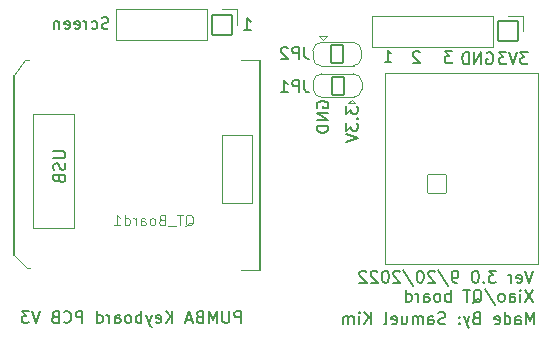
<source format=gbo>
%TF.GenerationSoftware,KiCad,Pcbnew,6.0.7*%
%TF.CreationDate,2022-09-21T21:00:50-05:00*%
%TF.ProjectId,keyboardPCBv2,6b657962-6f61-4726-9450-434276322e6b,rev?*%
%TF.SameCoordinates,Original*%
%TF.FileFunction,Legend,Bot*%
%TF.FilePolarity,Positive*%
%FSLAX46Y46*%
G04 Gerber Fmt 4.6, Leading zero omitted, Abs format (unit mm)*
G04 Created by KiCad (PCBNEW 6.0.7) date 2022-09-21 21:00:50*
%MOMM*%
%LPD*%
G01*
G04 APERTURE LIST*
G04 Aperture macros list*
%AMRoundRect*
0 Rectangle with rounded corners*
0 $1 Rounding radius*
0 $2 $3 $4 $5 $6 $7 $8 $9 X,Y pos of 4 corners*
0 Add a 4 corners polygon primitive as box body*
4,1,4,$2,$3,$4,$5,$6,$7,$8,$9,$2,$3,0*
0 Add four circle primitives for the rounded corners*
1,1,$1+$1,$2,$3*
1,1,$1+$1,$4,$5*
1,1,$1+$1,$6,$7*
1,1,$1+$1,$8,$9*
0 Add four rect primitives between the rounded corners*
20,1,$1+$1,$2,$3,$4,$5,0*
20,1,$1+$1,$4,$5,$6,$7,0*
20,1,$1+$1,$6,$7,$8,$9,0*
20,1,$1+$1,$8,$9,$2,$3,0*%
%AMFreePoly0*
4,1,37,0.592426,0.792426,0.610000,0.750000,0.610000,-0.750000,0.592426,-0.792426,0.550000,-0.810000,0.000000,-0.810000,-0.012520,-0.804814,-0.081040,-0.803558,-0.097833,-0.800838,-0.233148,-0.758563,-0.248503,-0.751239,-0.366513,-0.672684,-0.379195,-0.661345,-0.470415,-0.552826,-0.479405,-0.538384,-0.536500,-0.408625,-0.541074,-0.392240,-0.558657,-0.257780,-0.556874,-0.257547,-0.560000,-0.250000,
-0.560000,0.250000,-0.559419,0.251404,-0.559249,0.265340,-0.537438,0.405417,-0.532464,0.421685,-0.472216,0.550010,-0.462876,0.564229,-0.369032,0.670487,-0.356077,0.681513,-0.236182,0.757161,-0.220653,0.764107,-0.084346,0.803064,-0.067491,0.805373,-0.011990,0.805034,0.000000,0.810000,0.550000,0.810000,0.592426,0.792426,0.592426,0.792426,$1*%
%AMFreePoly1*
4,1,37,0.012349,0.804885,0.074271,0.804507,0.091096,0.801992,0.226917,0.761373,0.242360,0.754238,0.361322,0.677131,0.374142,0.665947,0.466680,0.558550,0.475845,0.544219,0.534522,0.415167,0.539297,0.398839,0.559394,0.258506,0.560000,0.250000,0.560000,-0.250000,0.559996,-0.250732,0.559847,-0.262948,0.559019,-0.272170,0.535499,-0.411971,0.530327,-0.428178,0.468515,-0.555757,
0.459003,-0.569860,0.363868,-0.674964,0.350778,-0.685831,0.229968,-0.760008,0.214356,-0.766764,0.077583,-0.804053,0.060701,-0.806156,0.011459,-0.805253,0.000000,-0.810000,-0.550000,-0.810000,-0.592426,-0.792426,-0.610000,-0.750000,-0.610000,0.750000,-0.592426,0.792426,-0.550000,0.810000,0.000000,0.810000,0.012349,0.804885,0.012349,0.804885,$1*%
G04 Aperture macros list end*
%ADD10C,0.160000*%
%ADD11C,0.150000*%
%ADD12C,0.101600*%
%ADD13C,0.120000*%
%ADD14C,0.066040*%
%ADD15C,0.127000*%
%ADD16RoundRect,0.060000X-0.800000X0.800000X-0.800000X-0.800000X0.800000X-0.800000X0.800000X0.800000X0*%
%ADD17C,1.720000*%
%ADD18O,3.620000X2.120000*%
%ADD19O,2.120000X4.120000*%
%ADD20RoundRect,0.060000X0.850000X-0.850000X0.850000X0.850000X-0.850000X0.850000X-0.850000X-0.850000X0*%
%ADD21O,1.820000X1.820000*%
%ADD22FreePoly0,180.000000*%
%ADD23RoundRect,0.060000X0.500000X0.750000X-0.500000X0.750000X-0.500000X-0.750000X0.500000X-0.750000X0*%
%ADD24FreePoly1,180.000000*%
%ADD25FreePoly0,0.000000*%
%ADD26RoundRect,0.060000X-0.500000X-0.750000X0.500000X-0.750000X0.500000X0.750000X-0.500000X0.750000X0*%
%ADD27FreePoly1,0.000000*%
%ADD28O,2.118980X2.868280*%
G04 APERTURE END LIST*
D10*
X78100761Y-52847380D02*
X77767428Y-53847380D01*
X77434095Y-52847380D01*
X76719809Y-53799761D02*
X76815047Y-53847380D01*
X77005523Y-53847380D01*
X77100761Y-53799761D01*
X77148380Y-53704523D01*
X77148380Y-53323571D01*
X77100761Y-53228333D01*
X77005523Y-53180714D01*
X76815047Y-53180714D01*
X76719809Y-53228333D01*
X76672190Y-53323571D01*
X76672190Y-53418809D01*
X77148380Y-53514047D01*
X76243619Y-53847380D02*
X76243619Y-53180714D01*
X76243619Y-53371190D02*
X76196000Y-53275952D01*
X76148380Y-53228333D01*
X76053142Y-53180714D01*
X75957904Y-53180714D01*
X74957904Y-52847380D02*
X74338857Y-52847380D01*
X74672190Y-53228333D01*
X74529333Y-53228333D01*
X74434095Y-53275952D01*
X74386476Y-53323571D01*
X74338857Y-53418809D01*
X74338857Y-53656904D01*
X74386476Y-53752142D01*
X74434095Y-53799761D01*
X74529333Y-53847380D01*
X74815047Y-53847380D01*
X74910285Y-53799761D01*
X74957904Y-53752142D01*
X73910285Y-53752142D02*
X73862666Y-53799761D01*
X73910285Y-53847380D01*
X73957904Y-53799761D01*
X73910285Y-53752142D01*
X73910285Y-53847380D01*
X73243619Y-52847380D02*
X73148380Y-52847380D01*
X73053142Y-52895000D01*
X73005523Y-52942619D01*
X72957904Y-53037857D01*
X72910285Y-53228333D01*
X72910285Y-53466428D01*
X72957904Y-53656904D01*
X73005523Y-53752142D01*
X73053142Y-53799761D01*
X73148380Y-53847380D01*
X73243619Y-53847380D01*
X73338857Y-53799761D01*
X73386476Y-53752142D01*
X73434095Y-53656904D01*
X73481714Y-53466428D01*
X73481714Y-53228333D01*
X73434095Y-53037857D01*
X73386476Y-52942619D01*
X73338857Y-52895000D01*
X73243619Y-52847380D01*
X71672190Y-53847380D02*
X71481714Y-53847380D01*
X71386476Y-53799761D01*
X71338857Y-53752142D01*
X71243619Y-53609285D01*
X71196000Y-53418809D01*
X71196000Y-53037857D01*
X71243619Y-52942619D01*
X71291238Y-52895000D01*
X71386476Y-52847380D01*
X71576952Y-52847380D01*
X71672190Y-52895000D01*
X71719809Y-52942619D01*
X71767428Y-53037857D01*
X71767428Y-53275952D01*
X71719809Y-53371190D01*
X71672190Y-53418809D01*
X71576952Y-53466428D01*
X71386476Y-53466428D01*
X71291238Y-53418809D01*
X71243619Y-53371190D01*
X71196000Y-53275952D01*
X70053142Y-52799761D02*
X70910285Y-54085476D01*
X69767428Y-52942619D02*
X69719809Y-52895000D01*
X69624571Y-52847380D01*
X69386476Y-52847380D01*
X69291238Y-52895000D01*
X69243619Y-52942619D01*
X69196000Y-53037857D01*
X69196000Y-53133095D01*
X69243619Y-53275952D01*
X69815047Y-53847380D01*
X69196000Y-53847380D01*
X68576952Y-52847380D02*
X68481714Y-52847380D01*
X68386476Y-52895000D01*
X68338857Y-52942619D01*
X68291238Y-53037857D01*
X68243619Y-53228333D01*
X68243619Y-53466428D01*
X68291238Y-53656904D01*
X68338857Y-53752142D01*
X68386476Y-53799761D01*
X68481714Y-53847380D01*
X68576952Y-53847380D01*
X68672190Y-53799761D01*
X68719809Y-53752142D01*
X68767428Y-53656904D01*
X68815047Y-53466428D01*
X68815047Y-53228333D01*
X68767428Y-53037857D01*
X68719809Y-52942619D01*
X68672190Y-52895000D01*
X68576952Y-52847380D01*
X67100761Y-52799761D02*
X67957904Y-54085476D01*
X66815047Y-52942619D02*
X66767428Y-52895000D01*
X66672190Y-52847380D01*
X66434095Y-52847380D01*
X66338857Y-52895000D01*
X66291238Y-52942619D01*
X66243619Y-53037857D01*
X66243619Y-53133095D01*
X66291238Y-53275952D01*
X66862666Y-53847380D01*
X66243619Y-53847380D01*
X65624571Y-52847380D02*
X65529333Y-52847380D01*
X65434095Y-52895000D01*
X65386476Y-52942619D01*
X65338857Y-53037857D01*
X65291238Y-53228333D01*
X65291238Y-53466428D01*
X65338857Y-53656904D01*
X65386476Y-53752142D01*
X65434095Y-53799761D01*
X65529333Y-53847380D01*
X65624571Y-53847380D01*
X65719809Y-53799761D01*
X65767428Y-53752142D01*
X65815047Y-53656904D01*
X65862666Y-53466428D01*
X65862666Y-53228333D01*
X65815047Y-53037857D01*
X65767428Y-52942619D01*
X65719809Y-52895000D01*
X65624571Y-52847380D01*
X64910285Y-52942619D02*
X64862666Y-52895000D01*
X64767428Y-52847380D01*
X64529333Y-52847380D01*
X64434095Y-52895000D01*
X64386476Y-52942619D01*
X64338857Y-53037857D01*
X64338857Y-53133095D01*
X64386476Y-53275952D01*
X64957904Y-53847380D01*
X64338857Y-53847380D01*
X63957904Y-52942619D02*
X63910285Y-52895000D01*
X63815047Y-52847380D01*
X63576952Y-52847380D01*
X63481714Y-52895000D01*
X63434095Y-52942619D01*
X63386476Y-53037857D01*
X63386476Y-53133095D01*
X63434095Y-53275952D01*
X64005523Y-53847380D01*
X63386476Y-53847380D01*
X78053142Y-54457380D02*
X77386476Y-55457380D01*
X77386476Y-54457380D02*
X78053142Y-55457380D01*
X77005523Y-55457380D02*
X77005523Y-54790714D01*
X77005523Y-54457380D02*
X77053142Y-54505000D01*
X77005523Y-54552619D01*
X76957904Y-54505000D01*
X77005523Y-54457380D01*
X77005523Y-54552619D01*
X76100761Y-55457380D02*
X76100761Y-54933571D01*
X76148380Y-54838333D01*
X76243619Y-54790714D01*
X76434095Y-54790714D01*
X76529333Y-54838333D01*
X76100761Y-55409761D02*
X76196000Y-55457380D01*
X76434095Y-55457380D01*
X76529333Y-55409761D01*
X76576952Y-55314523D01*
X76576952Y-55219285D01*
X76529333Y-55124047D01*
X76434095Y-55076428D01*
X76196000Y-55076428D01*
X76100761Y-55028809D01*
X75481714Y-55457380D02*
X75576952Y-55409761D01*
X75624571Y-55362142D01*
X75672190Y-55266904D01*
X75672190Y-54981190D01*
X75624571Y-54885952D01*
X75576952Y-54838333D01*
X75481714Y-54790714D01*
X75338857Y-54790714D01*
X75243619Y-54838333D01*
X75196000Y-54885952D01*
X75148380Y-54981190D01*
X75148380Y-55266904D01*
X75196000Y-55362142D01*
X75243619Y-55409761D01*
X75338857Y-55457380D01*
X75481714Y-55457380D01*
X74005523Y-54409761D02*
X74862666Y-55695476D01*
X73005523Y-55552619D02*
X73100761Y-55505000D01*
X73196000Y-55409761D01*
X73338857Y-55266904D01*
X73434095Y-55219285D01*
X73529333Y-55219285D01*
X73481714Y-55457380D02*
X73576952Y-55409761D01*
X73672190Y-55314523D01*
X73719809Y-55124047D01*
X73719809Y-54790714D01*
X73672190Y-54600238D01*
X73576952Y-54505000D01*
X73481714Y-54457380D01*
X73291238Y-54457380D01*
X73196000Y-54505000D01*
X73100761Y-54600238D01*
X73053142Y-54790714D01*
X73053142Y-55124047D01*
X73100761Y-55314523D01*
X73196000Y-55409761D01*
X73291238Y-55457380D01*
X73481714Y-55457380D01*
X72767428Y-54457380D02*
X72196000Y-54457380D01*
X72481714Y-55457380D02*
X72481714Y-54457380D01*
X71100761Y-55457380D02*
X71100761Y-54457380D01*
X71100761Y-54838333D02*
X71005523Y-54790714D01*
X70815047Y-54790714D01*
X70719809Y-54838333D01*
X70672190Y-54885952D01*
X70624571Y-54981190D01*
X70624571Y-55266904D01*
X70672190Y-55362142D01*
X70719809Y-55409761D01*
X70815047Y-55457380D01*
X71005523Y-55457380D01*
X71100761Y-55409761D01*
X70053142Y-55457380D02*
X70148380Y-55409761D01*
X70196000Y-55362142D01*
X70243619Y-55266904D01*
X70243619Y-54981190D01*
X70196000Y-54885952D01*
X70148380Y-54838333D01*
X70053142Y-54790714D01*
X69910285Y-54790714D01*
X69815047Y-54838333D01*
X69767428Y-54885952D01*
X69719809Y-54981190D01*
X69719809Y-55266904D01*
X69767428Y-55362142D01*
X69815047Y-55409761D01*
X69910285Y-55457380D01*
X70053142Y-55457380D01*
X68862666Y-55457380D02*
X68862666Y-54933571D01*
X68910285Y-54838333D01*
X69005523Y-54790714D01*
X69196000Y-54790714D01*
X69291238Y-54838333D01*
X68862666Y-55409761D02*
X68957904Y-55457380D01*
X69196000Y-55457380D01*
X69291238Y-55409761D01*
X69338857Y-55314523D01*
X69338857Y-55219285D01*
X69291238Y-55124047D01*
X69196000Y-55076428D01*
X68957904Y-55076428D01*
X68862666Y-55028809D01*
X68386476Y-55457380D02*
X68386476Y-54790714D01*
X68386476Y-54981190D02*
X68338857Y-54885952D01*
X68291238Y-54838333D01*
X68196000Y-54790714D01*
X68100761Y-54790714D01*
X67338857Y-55457380D02*
X67338857Y-54457380D01*
X67338857Y-55409761D02*
X67434095Y-55457380D01*
X67624571Y-55457380D01*
X67719809Y-55409761D01*
X67767428Y-55362142D01*
X67815047Y-55266904D01*
X67815047Y-54981190D01*
X67767428Y-54885952D01*
X67719809Y-54838333D01*
X67624571Y-54790714D01*
X67434095Y-54790714D01*
X67338857Y-54838333D01*
X59800000Y-39038095D02*
X59752380Y-38942857D01*
X59752380Y-38800000D01*
X59800000Y-38657142D01*
X59895238Y-38561904D01*
X59990476Y-38514285D01*
X60180952Y-38466666D01*
X60323809Y-38466666D01*
X60514285Y-38514285D01*
X60609523Y-38561904D01*
X60704761Y-38657142D01*
X60752380Y-38800000D01*
X60752380Y-38895238D01*
X60704761Y-39038095D01*
X60657142Y-39085714D01*
X60323809Y-39085714D01*
X60323809Y-38895238D01*
X60752380Y-39514285D02*
X59752380Y-39514285D01*
X60752380Y-40085714D01*
X59752380Y-40085714D01*
X60752380Y-40561904D02*
X59752380Y-40561904D01*
X59752380Y-40800000D01*
X59800000Y-40942857D01*
X59895238Y-41038095D01*
X59990476Y-41085714D01*
X60180952Y-41133333D01*
X60323809Y-41133333D01*
X60514285Y-41085714D01*
X60609523Y-41038095D01*
X60704761Y-40942857D01*
X60752380Y-40800000D01*
X60752380Y-40561904D01*
X71233333Y-34252380D02*
X70614285Y-34252380D01*
X70947619Y-34633333D01*
X70804761Y-34633333D01*
X70709523Y-34680952D01*
X70661904Y-34728571D01*
X70614285Y-34823809D01*
X70614285Y-35061904D01*
X70661904Y-35157142D01*
X70709523Y-35204761D01*
X70804761Y-35252380D01*
X71090476Y-35252380D01*
X71185714Y-35204761D01*
X71233333Y-35157142D01*
X42133333Y-32304761D02*
X41990476Y-32352380D01*
X41752380Y-32352380D01*
X41657142Y-32304761D01*
X41609523Y-32257142D01*
X41561904Y-32161904D01*
X41561904Y-32066666D01*
X41609523Y-31971428D01*
X41657142Y-31923809D01*
X41752380Y-31876190D01*
X41942857Y-31828571D01*
X42038095Y-31780952D01*
X42085714Y-31733333D01*
X42133333Y-31638095D01*
X42133333Y-31542857D01*
X42085714Y-31447619D01*
X42038095Y-31400000D01*
X41942857Y-31352380D01*
X41704761Y-31352380D01*
X41561904Y-31400000D01*
X40704761Y-32304761D02*
X40800000Y-32352380D01*
X40990476Y-32352380D01*
X41085714Y-32304761D01*
X41133333Y-32257142D01*
X41180952Y-32161904D01*
X41180952Y-31876190D01*
X41133333Y-31780952D01*
X41085714Y-31733333D01*
X40990476Y-31685714D01*
X40800000Y-31685714D01*
X40704761Y-31733333D01*
X40276190Y-32352380D02*
X40276190Y-31685714D01*
X40276190Y-31876190D02*
X40228571Y-31780952D01*
X40180952Y-31733333D01*
X40085714Y-31685714D01*
X39990476Y-31685714D01*
X39276190Y-32304761D02*
X39371428Y-32352380D01*
X39561904Y-32352380D01*
X39657142Y-32304761D01*
X39704761Y-32209523D01*
X39704761Y-31828571D01*
X39657142Y-31733333D01*
X39561904Y-31685714D01*
X39371428Y-31685714D01*
X39276190Y-31733333D01*
X39228571Y-31828571D01*
X39228571Y-31923809D01*
X39704761Y-32019047D01*
X38419047Y-32304761D02*
X38514285Y-32352380D01*
X38704761Y-32352380D01*
X38800000Y-32304761D01*
X38847619Y-32209523D01*
X38847619Y-31828571D01*
X38800000Y-31733333D01*
X38704761Y-31685714D01*
X38514285Y-31685714D01*
X38419047Y-31733333D01*
X38371428Y-31828571D01*
X38371428Y-31923809D01*
X38847619Y-32019047D01*
X37942857Y-31685714D02*
X37942857Y-32352380D01*
X37942857Y-31780952D02*
X37895238Y-31733333D01*
X37800000Y-31685714D01*
X37657142Y-31685714D01*
X37561904Y-31733333D01*
X37514285Y-31828571D01*
X37514285Y-32352380D01*
X62252380Y-38923809D02*
X62252380Y-39542857D01*
X62633333Y-39209523D01*
X62633333Y-39352380D01*
X62680952Y-39447619D01*
X62728571Y-39495238D01*
X62823809Y-39542857D01*
X63061904Y-39542857D01*
X63157142Y-39495238D01*
X63204761Y-39447619D01*
X63252380Y-39352380D01*
X63252380Y-39066666D01*
X63204761Y-38971428D01*
X63157142Y-38923809D01*
X63157142Y-39971428D02*
X63204761Y-40019047D01*
X63252380Y-39971428D01*
X63204761Y-39923809D01*
X63157142Y-39971428D01*
X63252380Y-39971428D01*
X62252380Y-40352380D02*
X62252380Y-40971428D01*
X62633333Y-40638095D01*
X62633333Y-40780952D01*
X62680952Y-40876190D01*
X62728571Y-40923809D01*
X62823809Y-40971428D01*
X63061904Y-40971428D01*
X63157142Y-40923809D01*
X63204761Y-40876190D01*
X63252380Y-40780952D01*
X63252380Y-40495238D01*
X63204761Y-40400000D01*
X63157142Y-40352380D01*
X62252380Y-41257142D02*
X63252380Y-41590476D01*
X62252380Y-41923809D01*
X65514285Y-35152380D02*
X66085714Y-35152380D01*
X65800000Y-35152380D02*
X65800000Y-34152380D01*
X65895238Y-34295238D01*
X65990476Y-34390476D01*
X66085714Y-34438095D01*
D11*
X53361904Y-57252380D02*
X53361904Y-56252380D01*
X52980952Y-56252380D01*
X52885714Y-56300000D01*
X52838095Y-56347619D01*
X52790476Y-56442857D01*
X52790476Y-56585714D01*
X52838095Y-56680952D01*
X52885714Y-56728571D01*
X52980952Y-56776190D01*
X53361904Y-56776190D01*
X52361904Y-56252380D02*
X52361904Y-57061904D01*
X52314285Y-57157142D01*
X52266666Y-57204761D01*
X52171428Y-57252380D01*
X51980952Y-57252380D01*
X51885714Y-57204761D01*
X51838095Y-57157142D01*
X51790476Y-57061904D01*
X51790476Y-56252380D01*
X51314285Y-57252380D02*
X51314285Y-56252380D01*
X50980952Y-56966666D01*
X50647619Y-56252380D01*
X50647619Y-57252380D01*
X49838095Y-56728571D02*
X49695238Y-56776190D01*
X49647619Y-56823809D01*
X49600000Y-56919047D01*
X49600000Y-57061904D01*
X49647619Y-57157142D01*
X49695238Y-57204761D01*
X49790476Y-57252380D01*
X50171428Y-57252380D01*
X50171428Y-56252380D01*
X49838095Y-56252380D01*
X49742857Y-56300000D01*
X49695238Y-56347619D01*
X49647619Y-56442857D01*
X49647619Y-56538095D01*
X49695238Y-56633333D01*
X49742857Y-56680952D01*
X49838095Y-56728571D01*
X50171428Y-56728571D01*
X49219047Y-56966666D02*
X48742857Y-56966666D01*
X49314285Y-57252380D02*
X48980952Y-56252380D01*
X48647619Y-57252380D01*
X47552380Y-57252380D02*
X47552380Y-56252380D01*
X46980952Y-57252380D02*
X47409523Y-56680952D01*
X46980952Y-56252380D02*
X47552380Y-56823809D01*
X46171428Y-57204761D02*
X46266666Y-57252380D01*
X46457142Y-57252380D01*
X46552380Y-57204761D01*
X46600000Y-57109523D01*
X46600000Y-56728571D01*
X46552380Y-56633333D01*
X46457142Y-56585714D01*
X46266666Y-56585714D01*
X46171428Y-56633333D01*
X46123809Y-56728571D01*
X46123809Y-56823809D01*
X46600000Y-56919047D01*
X45790476Y-56585714D02*
X45552380Y-57252380D01*
X45314285Y-56585714D02*
X45552380Y-57252380D01*
X45647619Y-57490476D01*
X45695238Y-57538095D01*
X45790476Y-57585714D01*
X44933333Y-57252380D02*
X44933333Y-56252380D01*
X44933333Y-56633333D02*
X44838095Y-56585714D01*
X44647619Y-56585714D01*
X44552380Y-56633333D01*
X44504761Y-56680952D01*
X44457142Y-56776190D01*
X44457142Y-57061904D01*
X44504761Y-57157142D01*
X44552380Y-57204761D01*
X44647619Y-57252380D01*
X44838095Y-57252380D01*
X44933333Y-57204761D01*
X43885714Y-57252380D02*
X43980952Y-57204761D01*
X44028571Y-57157142D01*
X44076190Y-57061904D01*
X44076190Y-56776190D01*
X44028571Y-56680952D01*
X43980952Y-56633333D01*
X43885714Y-56585714D01*
X43742857Y-56585714D01*
X43647619Y-56633333D01*
X43600000Y-56680952D01*
X43552380Y-56776190D01*
X43552380Y-57061904D01*
X43600000Y-57157142D01*
X43647619Y-57204761D01*
X43742857Y-57252380D01*
X43885714Y-57252380D01*
X42695238Y-57252380D02*
X42695238Y-56728571D01*
X42742857Y-56633333D01*
X42838095Y-56585714D01*
X43028571Y-56585714D01*
X43123809Y-56633333D01*
X42695238Y-57204761D02*
X42790476Y-57252380D01*
X43028571Y-57252380D01*
X43123809Y-57204761D01*
X43171428Y-57109523D01*
X43171428Y-57014285D01*
X43123809Y-56919047D01*
X43028571Y-56871428D01*
X42790476Y-56871428D01*
X42695238Y-56823809D01*
X42219047Y-57252380D02*
X42219047Y-56585714D01*
X42219047Y-56776190D02*
X42171428Y-56680952D01*
X42123809Y-56633333D01*
X42028571Y-56585714D01*
X41933333Y-56585714D01*
X41171428Y-57252380D02*
X41171428Y-56252380D01*
X41171428Y-57204761D02*
X41266666Y-57252380D01*
X41457142Y-57252380D01*
X41552380Y-57204761D01*
X41600000Y-57157142D01*
X41647619Y-57061904D01*
X41647619Y-56776190D01*
X41600000Y-56680952D01*
X41552380Y-56633333D01*
X41457142Y-56585714D01*
X41266666Y-56585714D01*
X41171428Y-56633333D01*
X39933333Y-57252380D02*
X39933333Y-56252380D01*
X39552380Y-56252380D01*
X39457142Y-56300000D01*
X39409523Y-56347619D01*
X39361904Y-56442857D01*
X39361904Y-56585714D01*
X39409523Y-56680952D01*
X39457142Y-56728571D01*
X39552380Y-56776190D01*
X39933333Y-56776190D01*
X38361904Y-57157142D02*
X38409523Y-57204761D01*
X38552380Y-57252380D01*
X38647619Y-57252380D01*
X38790476Y-57204761D01*
X38885714Y-57109523D01*
X38933333Y-57014285D01*
X38980952Y-56823809D01*
X38980952Y-56680952D01*
X38933333Y-56490476D01*
X38885714Y-56395238D01*
X38790476Y-56300000D01*
X38647619Y-56252380D01*
X38552380Y-56252380D01*
X38409523Y-56300000D01*
X38361904Y-56347619D01*
X37600000Y-56728571D02*
X37457142Y-56776190D01*
X37409523Y-56823809D01*
X37361904Y-56919047D01*
X37361904Y-57061904D01*
X37409523Y-57157142D01*
X37457142Y-57204761D01*
X37552380Y-57252380D01*
X37933333Y-57252380D01*
X37933333Y-56252380D01*
X37600000Y-56252380D01*
X37504761Y-56300000D01*
X37457142Y-56347619D01*
X37409523Y-56442857D01*
X37409523Y-56538095D01*
X37457142Y-56633333D01*
X37504761Y-56680952D01*
X37600000Y-56728571D01*
X37933333Y-56728571D01*
X36314285Y-56252380D02*
X35980952Y-57252380D01*
X35647619Y-56252380D01*
X35409523Y-56252380D02*
X34790476Y-56252380D01*
X35123809Y-56633333D01*
X34980952Y-56633333D01*
X34885714Y-56680952D01*
X34838095Y-56728571D01*
X34790476Y-56823809D01*
X34790476Y-57061904D01*
X34838095Y-57157142D01*
X34885714Y-57204761D01*
X34980952Y-57252380D01*
X35266666Y-57252380D01*
X35361904Y-57204761D01*
X35409523Y-57157142D01*
D10*
X74161904Y-34400000D02*
X74257142Y-34352380D01*
X74400000Y-34352380D01*
X74542857Y-34400000D01*
X74638095Y-34495238D01*
X74685714Y-34590476D01*
X74733333Y-34780952D01*
X74733333Y-34923809D01*
X74685714Y-35114285D01*
X74638095Y-35209523D01*
X74542857Y-35304761D01*
X74400000Y-35352380D01*
X74304761Y-35352380D01*
X74161904Y-35304761D01*
X74114285Y-35257142D01*
X74114285Y-34923809D01*
X74304761Y-34923809D01*
X73685714Y-35352380D02*
X73685714Y-34352380D01*
X73114285Y-35352380D01*
X73114285Y-34352380D01*
X72638095Y-35352380D02*
X72638095Y-34352380D01*
X72400000Y-34352380D01*
X72257142Y-34400000D01*
X72161904Y-34495238D01*
X72114285Y-34590476D01*
X72066666Y-34780952D01*
X72066666Y-34923809D01*
X72114285Y-35114285D01*
X72161904Y-35209523D01*
X72257142Y-35304761D01*
X72400000Y-35352380D01*
X72638095Y-35352380D01*
D11*
X53614285Y-32452380D02*
X54185714Y-32452380D01*
X53900000Y-32452380D02*
X53900000Y-31452380D01*
X53995238Y-31595238D01*
X54090476Y-31690476D01*
X54185714Y-31738095D01*
D10*
X68485714Y-34347619D02*
X68438095Y-34300000D01*
X68342857Y-34252380D01*
X68104761Y-34252380D01*
X68009523Y-34300000D01*
X67961904Y-34347619D01*
X67914285Y-34442857D01*
X67914285Y-34538095D01*
X67961904Y-34680952D01*
X68533333Y-35252380D01*
X67914285Y-35252380D01*
X78171428Y-57352380D02*
X78171428Y-56352380D01*
X77838095Y-57066666D01*
X77504761Y-56352380D01*
X77504761Y-57352380D01*
X76600000Y-57352380D02*
X76600000Y-56828571D01*
X76647619Y-56733333D01*
X76742857Y-56685714D01*
X76933333Y-56685714D01*
X77028571Y-56733333D01*
X76600000Y-57304761D02*
X76695238Y-57352380D01*
X76933333Y-57352380D01*
X77028571Y-57304761D01*
X77076190Y-57209523D01*
X77076190Y-57114285D01*
X77028571Y-57019047D01*
X76933333Y-56971428D01*
X76695238Y-56971428D01*
X76600000Y-56923809D01*
X75695238Y-57352380D02*
X75695238Y-56352380D01*
X75695238Y-57304761D02*
X75790476Y-57352380D01*
X75980952Y-57352380D01*
X76076190Y-57304761D01*
X76123809Y-57257142D01*
X76171428Y-57161904D01*
X76171428Y-56876190D01*
X76123809Y-56780952D01*
X76076190Y-56733333D01*
X75980952Y-56685714D01*
X75790476Y-56685714D01*
X75695238Y-56733333D01*
X74838095Y-57304761D02*
X74933333Y-57352380D01*
X75123809Y-57352380D01*
X75219047Y-57304761D01*
X75266666Y-57209523D01*
X75266666Y-56828571D01*
X75219047Y-56733333D01*
X75123809Y-56685714D01*
X74933333Y-56685714D01*
X74838095Y-56733333D01*
X74790476Y-56828571D01*
X74790476Y-56923809D01*
X75266666Y-57019047D01*
X73266666Y-56828571D02*
X73123809Y-56876190D01*
X73076190Y-56923809D01*
X73028571Y-57019047D01*
X73028571Y-57161904D01*
X73076190Y-57257142D01*
X73123809Y-57304761D01*
X73219047Y-57352380D01*
X73600000Y-57352380D01*
X73600000Y-56352380D01*
X73266666Y-56352380D01*
X73171428Y-56400000D01*
X73123809Y-56447619D01*
X73076190Y-56542857D01*
X73076190Y-56638095D01*
X73123809Y-56733333D01*
X73171428Y-56780952D01*
X73266666Y-56828571D01*
X73600000Y-56828571D01*
X72695238Y-56685714D02*
X72457142Y-57352380D01*
X72219047Y-56685714D02*
X72457142Y-57352380D01*
X72552380Y-57590476D01*
X72600000Y-57638095D01*
X72695238Y-57685714D01*
X71838095Y-57257142D02*
X71790476Y-57304761D01*
X71838095Y-57352380D01*
X71885714Y-57304761D01*
X71838095Y-57257142D01*
X71838095Y-57352380D01*
X71838095Y-56733333D02*
X71790476Y-56780952D01*
X71838095Y-56828571D01*
X71885714Y-56780952D01*
X71838095Y-56733333D01*
X71838095Y-56828571D01*
X70647619Y-57304761D02*
X70504761Y-57352380D01*
X70266666Y-57352380D01*
X70171428Y-57304761D01*
X70123809Y-57257142D01*
X70076190Y-57161904D01*
X70076190Y-57066666D01*
X70123809Y-56971428D01*
X70171428Y-56923809D01*
X70266666Y-56876190D01*
X70457142Y-56828571D01*
X70552380Y-56780952D01*
X70600000Y-56733333D01*
X70647619Y-56638095D01*
X70647619Y-56542857D01*
X70600000Y-56447619D01*
X70552380Y-56400000D01*
X70457142Y-56352380D01*
X70219047Y-56352380D01*
X70076190Y-56400000D01*
X69219047Y-57352380D02*
X69219047Y-56828571D01*
X69266666Y-56733333D01*
X69361904Y-56685714D01*
X69552380Y-56685714D01*
X69647619Y-56733333D01*
X69219047Y-57304761D02*
X69314285Y-57352380D01*
X69552380Y-57352380D01*
X69647619Y-57304761D01*
X69695238Y-57209523D01*
X69695238Y-57114285D01*
X69647619Y-57019047D01*
X69552380Y-56971428D01*
X69314285Y-56971428D01*
X69219047Y-56923809D01*
X68742857Y-57352380D02*
X68742857Y-56685714D01*
X68742857Y-56780952D02*
X68695238Y-56733333D01*
X68600000Y-56685714D01*
X68457142Y-56685714D01*
X68361904Y-56733333D01*
X68314285Y-56828571D01*
X68314285Y-57352380D01*
X68314285Y-56828571D02*
X68266666Y-56733333D01*
X68171428Y-56685714D01*
X68028571Y-56685714D01*
X67933333Y-56733333D01*
X67885714Y-56828571D01*
X67885714Y-57352380D01*
X66980952Y-56685714D02*
X66980952Y-57352380D01*
X67409523Y-56685714D02*
X67409523Y-57209523D01*
X67361904Y-57304761D01*
X67266666Y-57352380D01*
X67123809Y-57352380D01*
X67028571Y-57304761D01*
X66980952Y-57257142D01*
X66123809Y-57304761D02*
X66219047Y-57352380D01*
X66409523Y-57352380D01*
X66504761Y-57304761D01*
X66552380Y-57209523D01*
X66552380Y-56828571D01*
X66504761Y-56733333D01*
X66409523Y-56685714D01*
X66219047Y-56685714D01*
X66123809Y-56733333D01*
X66076190Y-56828571D01*
X66076190Y-56923809D01*
X66552380Y-57019047D01*
X65504761Y-57352380D02*
X65600000Y-57304761D01*
X65647619Y-57209523D01*
X65647619Y-56352380D01*
X64361904Y-57352380D02*
X64361904Y-56352380D01*
X63790476Y-57352380D02*
X64219047Y-56780952D01*
X63790476Y-56352380D02*
X64361904Y-56923809D01*
X63361904Y-57352380D02*
X63361904Y-56685714D01*
X63361904Y-56352380D02*
X63409523Y-56400000D01*
X63361904Y-56447619D01*
X63314285Y-56400000D01*
X63361904Y-56352380D01*
X63361904Y-56447619D01*
X62885714Y-57352380D02*
X62885714Y-56685714D01*
X62885714Y-56780952D02*
X62838095Y-56733333D01*
X62742857Y-56685714D01*
X62600000Y-56685714D01*
X62504761Y-56733333D01*
X62457142Y-56828571D01*
X62457142Y-57352380D01*
X62457142Y-56828571D02*
X62409523Y-56733333D01*
X62314285Y-56685714D01*
X62171428Y-56685714D01*
X62076190Y-56733333D01*
X62028571Y-56828571D01*
X62028571Y-57352380D01*
X77638095Y-34352380D02*
X77019047Y-34352380D01*
X77352380Y-34733333D01*
X77209523Y-34733333D01*
X77114285Y-34780952D01*
X77066666Y-34828571D01*
X77019047Y-34923809D01*
X77019047Y-35161904D01*
X77066666Y-35257142D01*
X77114285Y-35304761D01*
X77209523Y-35352380D01*
X77495238Y-35352380D01*
X77590476Y-35304761D01*
X77638095Y-35257142D01*
X76733333Y-34352380D02*
X76400000Y-35352380D01*
X76066666Y-34352380D01*
X75828571Y-34352380D02*
X75209523Y-34352380D01*
X75542857Y-34733333D01*
X75400000Y-34733333D01*
X75304761Y-34780952D01*
X75257142Y-34828571D01*
X75209523Y-34923809D01*
X75209523Y-35161904D01*
X75257142Y-35257142D01*
X75304761Y-35304761D01*
X75400000Y-35352380D01*
X75685714Y-35352380D01*
X75780952Y-35304761D01*
X75828571Y-35257142D01*
D11*
%TO.C,JP1*%
X58733333Y-36709880D02*
X58733333Y-37424166D01*
X58780952Y-37567023D01*
X58876190Y-37662261D01*
X59019047Y-37709880D01*
X59114285Y-37709880D01*
X58257142Y-37709880D02*
X58257142Y-36709880D01*
X57876190Y-36709880D01*
X57780952Y-36757500D01*
X57733333Y-36805119D01*
X57685714Y-36900357D01*
X57685714Y-37043214D01*
X57733333Y-37138452D01*
X57780952Y-37186071D01*
X57876190Y-37233690D01*
X58257142Y-37233690D01*
X56733333Y-37709880D02*
X57304761Y-37709880D01*
X57019047Y-37709880D02*
X57019047Y-36709880D01*
X57114285Y-36852738D01*
X57209523Y-36947976D01*
X57304761Y-36995595D01*
%TO.C,JP2*%
X58733333Y-33909880D02*
X58733333Y-34624166D01*
X58780952Y-34767023D01*
X58876190Y-34862261D01*
X59019047Y-34909880D01*
X59114285Y-34909880D01*
X58257142Y-34909880D02*
X58257142Y-33909880D01*
X57876190Y-33909880D01*
X57780952Y-33957500D01*
X57733333Y-34005119D01*
X57685714Y-34100357D01*
X57685714Y-34243214D01*
X57733333Y-34338452D01*
X57780952Y-34386071D01*
X57876190Y-34433690D01*
X58257142Y-34433690D01*
X57304761Y-34005119D02*
X57257142Y-33957500D01*
X57161904Y-33909880D01*
X56923809Y-33909880D01*
X56828571Y-33957500D01*
X56780952Y-34005119D01*
X56733333Y-34100357D01*
X56733333Y-34195595D01*
X56780952Y-34338452D01*
X57352380Y-34909880D01*
X56733333Y-34909880D01*
D12*
%TO.C,QT_Board1*%
X48620666Y-49086833D02*
X48705333Y-49044500D01*
X48790000Y-48959833D01*
X48917000Y-48832833D01*
X49001666Y-48790500D01*
X49086333Y-48790500D01*
X49044000Y-49002166D02*
X49128666Y-48959833D01*
X49213333Y-48875166D01*
X49255666Y-48705833D01*
X49255666Y-48409500D01*
X49213333Y-48240166D01*
X49128666Y-48155500D01*
X49044000Y-48113166D01*
X48874666Y-48113166D01*
X48790000Y-48155500D01*
X48705333Y-48240166D01*
X48663000Y-48409500D01*
X48663000Y-48705833D01*
X48705333Y-48875166D01*
X48790000Y-48959833D01*
X48874666Y-49002166D01*
X49044000Y-49002166D01*
X48409000Y-48113166D02*
X47901000Y-48113166D01*
X48155000Y-49002166D02*
X48155000Y-48113166D01*
X47816333Y-49086833D02*
X47139000Y-49086833D01*
X46631000Y-48536500D02*
X46504000Y-48578833D01*
X46461666Y-48621166D01*
X46419333Y-48705833D01*
X46419333Y-48832833D01*
X46461666Y-48917500D01*
X46504000Y-48959833D01*
X46588666Y-49002166D01*
X46927333Y-49002166D01*
X46927333Y-48113166D01*
X46631000Y-48113166D01*
X46546333Y-48155500D01*
X46504000Y-48197833D01*
X46461666Y-48282500D01*
X46461666Y-48367166D01*
X46504000Y-48451833D01*
X46546333Y-48494166D01*
X46631000Y-48536500D01*
X46927333Y-48536500D01*
X45911333Y-49002166D02*
X45996000Y-48959833D01*
X46038333Y-48917500D01*
X46080666Y-48832833D01*
X46080666Y-48578833D01*
X46038333Y-48494166D01*
X45996000Y-48451833D01*
X45911333Y-48409500D01*
X45784333Y-48409500D01*
X45699666Y-48451833D01*
X45657333Y-48494166D01*
X45615000Y-48578833D01*
X45615000Y-48832833D01*
X45657333Y-48917500D01*
X45699666Y-48959833D01*
X45784333Y-49002166D01*
X45911333Y-49002166D01*
X44853000Y-49002166D02*
X44853000Y-48536500D01*
X44895333Y-48451833D01*
X44980000Y-48409500D01*
X45149333Y-48409500D01*
X45234000Y-48451833D01*
X44853000Y-48959833D02*
X44937666Y-49002166D01*
X45149333Y-49002166D01*
X45234000Y-48959833D01*
X45276333Y-48875166D01*
X45276333Y-48790500D01*
X45234000Y-48705833D01*
X45149333Y-48663500D01*
X44937666Y-48663500D01*
X44853000Y-48621166D01*
X44429666Y-49002166D02*
X44429666Y-48409500D01*
X44429666Y-48578833D02*
X44387333Y-48494166D01*
X44345000Y-48451833D01*
X44260333Y-48409500D01*
X44175666Y-48409500D01*
X43498333Y-49002166D02*
X43498333Y-48113166D01*
X43498333Y-48959833D02*
X43583000Y-49002166D01*
X43752333Y-49002166D01*
X43837000Y-48959833D01*
X43879333Y-48917500D01*
X43921666Y-48832833D01*
X43921666Y-48578833D01*
X43879333Y-48494166D01*
X43837000Y-48451833D01*
X43752333Y-48409500D01*
X43583000Y-48409500D01*
X43498333Y-48451833D01*
X42609333Y-49002166D02*
X43117333Y-49002166D01*
X42863333Y-49002166D02*
X42863333Y-48113166D01*
X42948000Y-48240166D01*
X43032666Y-48324833D01*
X43117333Y-48367166D01*
D11*
X37484880Y-42738095D02*
X38294404Y-42738095D01*
X38389642Y-42785714D01*
X38437261Y-42833333D01*
X38484880Y-42928571D01*
X38484880Y-43119047D01*
X38437261Y-43214285D01*
X38389642Y-43261904D01*
X38294404Y-43309523D01*
X37484880Y-43309523D01*
X38437261Y-43738095D02*
X38484880Y-43880952D01*
X38484880Y-44119047D01*
X38437261Y-44214285D01*
X38389642Y-44261904D01*
X38294404Y-44309523D01*
X38199166Y-44309523D01*
X38103928Y-44261904D01*
X38056309Y-44214285D01*
X38008690Y-44119047D01*
X37961071Y-43928571D01*
X37913452Y-43833333D01*
X37865833Y-43785714D01*
X37770595Y-43738095D01*
X37675357Y-43738095D01*
X37580119Y-43785714D01*
X37532500Y-43833333D01*
X37484880Y-43928571D01*
X37484880Y-44166666D01*
X37532500Y-44309523D01*
X37961071Y-45071428D02*
X38008690Y-45214285D01*
X38056309Y-45261904D01*
X38151547Y-45309523D01*
X38294404Y-45309523D01*
X38389642Y-45261904D01*
X38437261Y-45214285D01*
X38484880Y-45119047D01*
X38484880Y-44738095D01*
X37484880Y-44738095D01*
X37484880Y-45071428D01*
X37532500Y-45166666D01*
X37580119Y-45214285D01*
X37675357Y-45261904D01*
X37770595Y-45261904D01*
X37865833Y-45214285D01*
X37913452Y-45166666D01*
X37961071Y-45071428D01*
X37961071Y-44738095D01*
D13*
%TO.C,P1*%
X65532500Y-36100000D02*
X78532500Y-36100000D01*
X78532500Y-36100000D02*
X78532500Y-52300000D01*
X65532500Y-36100000D02*
X65532500Y-52300000D01*
X65532500Y-52300000D02*
X78532500Y-52300000D01*
%TO.C,J1*%
X74662500Y-33905000D02*
X74662500Y-31245000D01*
X74662500Y-31245000D02*
X64442500Y-31245000D01*
X64442500Y-33905000D02*
X64442500Y-31245000D01*
X74662500Y-33905000D02*
X64442500Y-33905000D01*
X77262500Y-31245000D02*
X75932500Y-31245000D01*
X77262500Y-32575000D02*
X77262500Y-31245000D01*
%TO.C,JP1*%
X59482500Y-36857500D02*
X59482500Y-37457500D01*
X63582500Y-37457500D02*
X63582500Y-36857500D01*
X63032500Y-38657500D02*
X62432500Y-38657500D01*
X62732500Y-38357500D02*
X62432500Y-38657500D01*
X62932500Y-36157500D02*
X60132500Y-36157500D01*
X62732500Y-38357500D02*
X63032500Y-38657500D01*
X60132500Y-38157500D02*
X62932500Y-38157500D01*
X60182500Y-36157500D02*
G75*
G03*
X59482500Y-36857500I0J-700000D01*
G01*
X59482500Y-37457500D02*
G75*
G03*
X60182500Y-38157500I700000J0D01*
G01*
X62882500Y-38157500D02*
G75*
G03*
X63582500Y-37457500I1J699999D01*
G01*
X63582500Y-36857500D02*
G75*
G03*
X62882500Y-36157500I-699999J1D01*
G01*
%TO.C,JP2*%
X60300000Y-33300000D02*
X60000000Y-33000000D01*
X60000000Y-33000000D02*
X60600000Y-33000000D01*
X63550000Y-34800000D02*
X63550000Y-34200000D01*
X60300000Y-33300000D02*
X60600000Y-33000000D01*
X59450000Y-34200000D02*
X59450000Y-34800000D01*
X62900000Y-33500000D02*
X60100000Y-33500000D01*
X60100000Y-35500000D02*
X62900000Y-35500000D01*
X60150000Y-33500000D02*
G75*
G03*
X59450000Y-34200000I-1J-699999D01*
G01*
X62850000Y-35500000D02*
G75*
G03*
X63550000Y-34800000I0J700000D01*
G01*
X63550000Y-34200000D02*
G75*
G03*
X62850000Y-33500000I-700000J0D01*
G01*
X59450000Y-34800000D02*
G75*
G03*
X60150000Y-35500000I699999J-1D01*
G01*
D14*
%TO.C,QT_Board1*%
X54297500Y-41350000D02*
X51757500Y-41350000D01*
D15*
X54932500Y-35000000D02*
X54932500Y-52797780D01*
D13*
X35032500Y-35000000D02*
X34132500Y-36300000D01*
X35232500Y-52600000D02*
X35532500Y-52600000D01*
X34132500Y-51500000D02*
X35232500Y-52600000D01*
D14*
X54297500Y-47065000D02*
X51757500Y-47065000D01*
D15*
X34132500Y-51500000D02*
X34132500Y-36300000D01*
D14*
X51757500Y-41350000D02*
X51757500Y-47065000D01*
X54297500Y-41350000D02*
X54297500Y-47065000D01*
D13*
X35032500Y-35000000D02*
X35432500Y-35000000D01*
X54932500Y-52797780D02*
X53332500Y-52800000D01*
X54932500Y-35000000D02*
X53332500Y-35000000D01*
X35732500Y-39600000D02*
X39232500Y-39600000D01*
X39232500Y-39600000D02*
X39232500Y-49200000D01*
X39232500Y-49200000D02*
X35732500Y-49200000D01*
X35732500Y-49200000D02*
X35732500Y-39600000D01*
%TO.C,Screen1*%
X50462500Y-33330000D02*
X50462500Y-30670000D01*
X53062500Y-30670000D02*
X51732500Y-30670000D01*
X42782500Y-33330000D02*
X42782500Y-30670000D01*
X53062500Y-32000000D02*
X53062500Y-30670000D01*
X50462500Y-30670000D02*
X42782500Y-30670000D01*
X50462500Y-33330000D02*
X42782500Y-33330000D01*
%TD*%
%LPC*%
D16*
%TO.C,P1*%
X69932500Y-45500000D03*
D17*
X69932500Y-42900000D03*
X69932500Y-47600000D03*
X69932500Y-40800000D03*
X67132500Y-47600000D03*
X67132500Y-40800000D03*
D18*
X72782500Y-51050000D03*
X72782500Y-37350000D03*
D19*
X73582500Y-44200000D03*
%TD*%
D20*
%TO.C,J1*%
X75932500Y-32575000D03*
D21*
X73392500Y-32575000D03*
X70852500Y-32575000D03*
X68312500Y-32575000D03*
X65772500Y-32575000D03*
%TD*%
D22*
%TO.C,JP1*%
X62832500Y-37157500D03*
D23*
X61532500Y-37157500D03*
D24*
X60232500Y-37157500D03*
%TD*%
D25*
%TO.C,JP2*%
X60200000Y-34500000D03*
D26*
X61500000Y-34500000D03*
D27*
X62800000Y-34500000D03*
%TD*%
D28*
%TO.C,QT_Board1*%
X36814680Y-35833120D03*
X39354680Y-35833120D03*
X41894680Y-35833120D03*
X44434680Y-35833120D03*
X46974680Y-35833120D03*
X49514680Y-35833120D03*
X52054680Y-35833120D03*
X52054680Y-51997680D03*
X49514680Y-51997680D03*
X46974680Y-51997680D03*
X44434680Y-51997680D03*
X41894680Y-51997680D03*
X39354680Y-51997680D03*
X36814680Y-51997680D03*
%TD*%
D20*
%TO.C,Screen1*%
X51732500Y-32000000D03*
D21*
X49192500Y-32000000D03*
X46652500Y-32000000D03*
X44112500Y-32000000D03*
%TD*%
M02*

</source>
